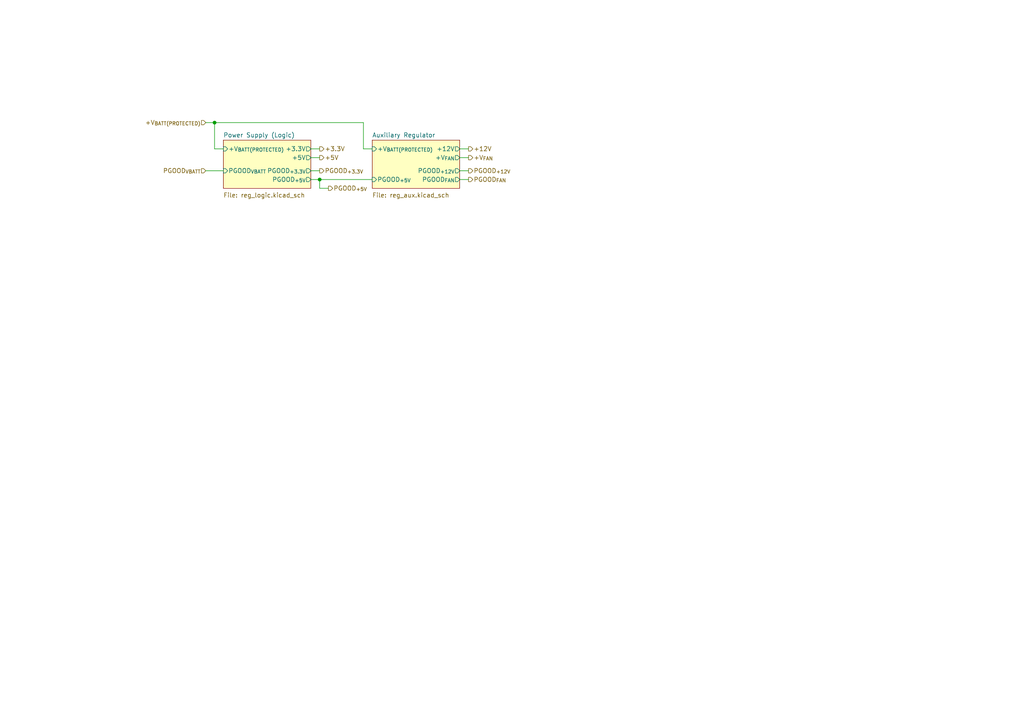
<source format=kicad_sch>
(kicad_sch (version 20230121) (generator eeschema)
  (paper "A4")
  (title_block (title "Control") (date "2024-05-16") (rev "2.0") (company "The A-Team (RC SSL)") (comment 1 "W. Stuckey & R. Osawa"))
  (lib_symbols)
  (junction (at 62.23 35.56))
  (junction (at 92.71 52.07))
  (wire (pts (xy 105.41 43.18) (xy 105.41 35.56)))
  (wire (pts (xy 62.23 43.18) (xy 64.77 43.18)))
  (wire (pts (xy 90.17 43.18) (xy 92.71 43.18)))
  (wire (pts (xy 92.71 54.61) (xy 92.71 52.07)))
  (wire (pts (xy 92.71 52.07) (xy 90.17 52.07)))
  (wire (pts (xy 133.35 45.72) (xy 135.89 45.72)))
  (wire (pts (xy 59.69 35.56) (xy 62.23 35.56)))
  (wire (pts (xy 59.69 49.53) (xy 64.77 49.53)))
  (wire (pts (xy 62.23 35.56) (xy 105.41 35.56)))
  (wire (pts (xy 92.71 54.61) (xy 95.25 54.61)))
  (wire (pts (xy 90.17 45.72) (xy 92.71 45.72)))
  (wire (pts (xy 133.35 52.07) (xy 135.89 52.07)))
  (wire (pts (xy 62.23 35.56) (xy 62.23 43.18)))
  (wire (pts (xy 107.95 43.18) (xy 105.41 43.18)))
  (wire (pts (xy 90.17 49.53) (xy 92.71 49.53)))
  (wire (pts (xy 133.35 43.18) (xy 135.89 43.18)))
  (wire (pts (xy 133.35 49.53) (xy 135.89 49.53)))
  (wire (pts (xy 92.71 52.07) (xy 107.95 52.07)))
  (hierarchical_label "+5V" (shape output) (at 92.71 45.72 0))
  (hierarchical_label "PGOOD_{VBATT}" (shape input) (at 59.69 49.53 180))
  (hierarchical_label "PGOOD_{+3.3V}" (shape output) (at 92.71 49.53 0))
  (hierarchical_label "+3.3V" (shape output) (at 92.71 43.18 0))
  (hierarchical_label "PGOOD_{+12V}" (shape output) (at 135.89 49.53 0))
  (hierarchical_label "+V_{BATT(PROTECTED)}" (shape input) (at 59.69 35.56 180))
  (hierarchical_label "PGOOD_{+5V}" (shape output) (at 95.25 54.61 0))
  (hierarchical_label "PGOOD_{FAN}" (shape output) (at 135.89 52.07 0))
  (hierarchical_label "+12V" (shape output) (at 135.89 43.18 0))
  (hierarchical_label "+V_{FAN}" (shape output) (at 135.89 45.72 0))
  (sheet (at 107.95 40.64) (size 25.4 13.97) (stroke (width 0.1524)) (fill (color 255 255 194 1.0000))
    (property "Sheetname" "Auxiliary Regulator" (at 107.95 39.9284 0) (effects (justify left bottom)))
    (property "Sheetfile" "reg_aux.kicad_sch" (at 107.95 55.88 0) (effects (justify left top)))
    (pin "PGOOD_{+12V}" output (at 133.35 49.53 0))
    (pin "PGOOD_{+5V}" input (at 107.95 52.07 180))
    (pin "PGOOD_{FAN}" output (at 133.35 52.07 0))
    (pin "+12V" output (at 133.35 43.18 0))
    (pin "+V_{FAN}" output (at 133.35 45.72 0))
    (pin "+V_{BATT(PROTECTED)}" input (at 107.95 43.18 180))
  )
  (sheet (at 64.77 40.64) (size 25.4 13.97) (stroke (width 0.1524)) (fill (color 255 255 194 1.0000))
    (property "Sheetname" "Power Supply (Logic)" (at 64.77 39.9284 0) (effects (justify left bottom)))
    (property "Sheetfile" "reg_logic.kicad_sch" (at 64.77 55.88 0) (effects (justify left top)))
    (pin "PGOOD_{VBATT}" input (at 64.77 49.53 180))
    (pin "PGOOD_{+5V}" output (at 90.17 52.07 0))
    (pin "PGOOD_{+3.3V}" output (at 90.17 49.53 0))
    (pin "+3.3V" output (at 90.17 43.18 0))
    (pin "+5V" output (at 90.17 45.72 0))
    (pin "+V_{BATT(PROTECTED)}" input (at 64.77 43.18 180))
  )
)
</source>
